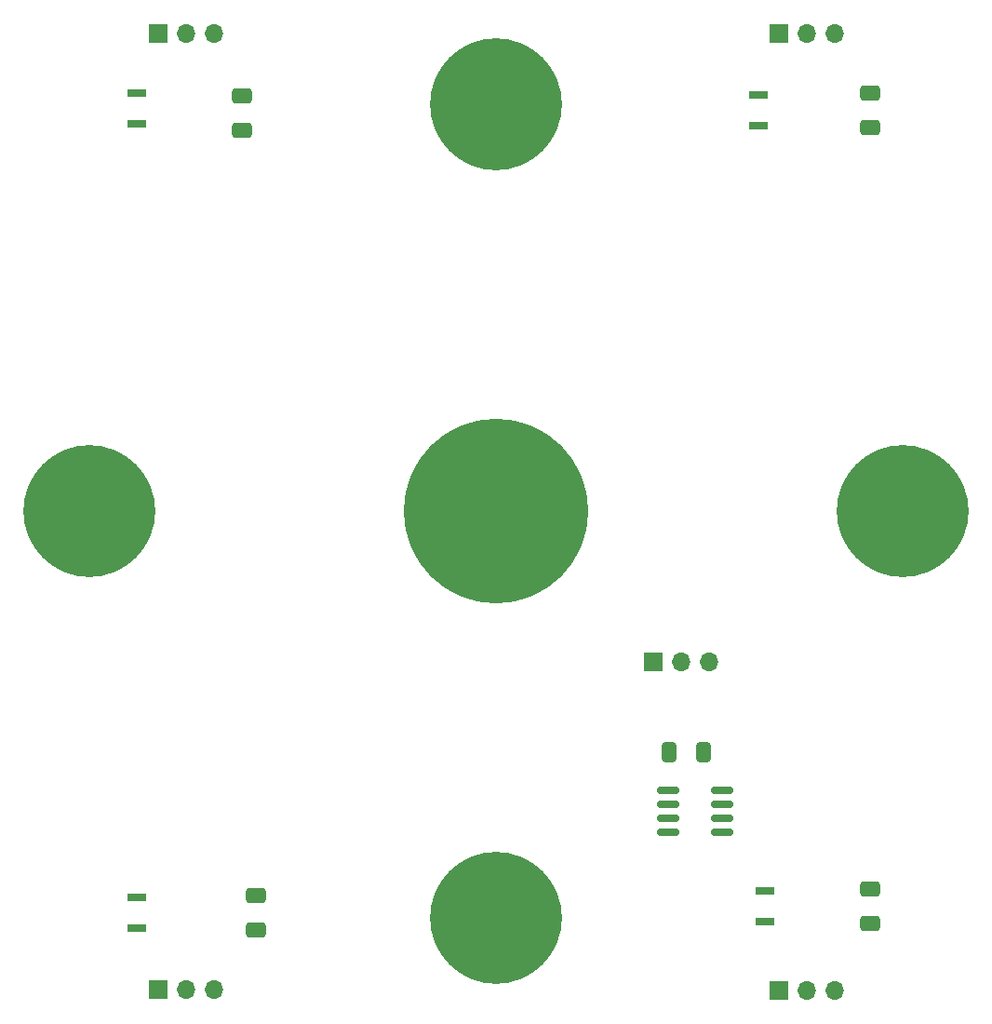
<source format=gbr>
%TF.GenerationSoftware,KiCad,Pcbnew,7.0.5-0*%
%TF.CreationDate,2023-06-12T10:56:44-04:00*%
%TF.ProjectId,quad_sipm,71756164-5f73-4697-906d-2e6b69636164,rev?*%
%TF.SameCoordinates,Original*%
%TF.FileFunction,Soldermask,Bot*%
%TF.FilePolarity,Negative*%
%FSLAX46Y46*%
G04 Gerber Fmt 4.6, Leading zero omitted, Abs format (unit mm)*
G04 Created by KiCad (PCBNEW 7.0.5-0) date 2023-06-12 10:56:44*
%MOMM*%
%LPD*%
G01*
G04 APERTURE LIST*
G04 Aperture macros list*
%AMRoundRect*
0 Rectangle with rounded corners*
0 $1 Rounding radius*
0 $2 $3 $4 $5 $6 $7 $8 $9 X,Y pos of 4 corners*
0 Add a 4 corners polygon primitive as box body*
4,1,4,$2,$3,$4,$5,$6,$7,$8,$9,$2,$3,0*
0 Add four circle primitives for the rounded corners*
1,1,$1+$1,$2,$3*
1,1,$1+$1,$4,$5*
1,1,$1+$1,$6,$7*
1,1,$1+$1,$8,$9*
0 Add four rect primitives between the rounded corners*
20,1,$1+$1,$2,$3,$4,$5,0*
20,1,$1+$1,$4,$5,$6,$7,0*
20,1,$1+$1,$6,$7,$8,$9,0*
20,1,$1+$1,$8,$9,$2,$3,0*%
G04 Aperture macros list end*
%ADD10C,16.800000*%
%ADD11C,12.000000*%
%ADD12R,1.700000X1.700000*%
%ADD13O,1.700000X1.700000*%
%ADD14RoundRect,0.250000X0.650000X-0.412500X0.650000X0.412500X-0.650000X0.412500X-0.650000X-0.412500X0*%
%ADD15R,1.699200X0.701600*%
%ADD16RoundRect,0.150000X0.825000X0.150000X-0.825000X0.150000X-0.825000X-0.150000X0.825000X-0.150000X0*%
%ADD17RoundRect,0.250000X-0.412500X-0.650000X0.412500X-0.650000X0.412500X0.650000X-0.412500X0.650000X0*%
G04 APERTURE END LIST*
D10*
%TO.C,H2*%
X100000000Y-100000000D03*
%TD*%
D11*
%TO.C,H3*%
X100000000Y-137000000D03*
%TD*%
%TO.C,H4*%
X137000000Y-100000000D03*
%TD*%
%TO.C,H5*%
X63000000Y-100000000D03*
%TD*%
%TO.C,H1*%
X100000000Y-63000000D03*
%TD*%
D12*
%TO.C,J5*%
X114300000Y-113665000D03*
D13*
X116840000Y-113665000D03*
X119380000Y-113665000D03*
%TD*%
D12*
%TO.C,J1*%
X125685000Y-143555000D03*
D13*
X128225000Y-143555000D03*
X130765000Y-143555000D03*
%TD*%
D14*
%TO.C,C4*%
X76835000Y-65355000D03*
X76835000Y-62230000D03*
%TD*%
D12*
%TO.C,J3*%
X125685000Y-56560000D03*
D13*
X128225000Y-56560000D03*
X130765000Y-56560000D03*
%TD*%
D12*
%TO.C,J4*%
X69215000Y-56515000D03*
D13*
X71755000Y-56515000D03*
X74295000Y-56515000D03*
%TD*%
D14*
%TO.C,C3*%
X133985000Y-65062500D03*
X133985000Y-61937500D03*
%TD*%
D12*
%TO.C,J2*%
X69215000Y-143510000D03*
D13*
X71755000Y-143510000D03*
X74295000Y-143510000D03*
%TD*%
D14*
%TO.C,C1*%
X133985000Y-137452500D03*
X133985000Y-134327500D03*
%TD*%
%TO.C,C2*%
X78105000Y-138087500D03*
X78105000Y-134962500D03*
%TD*%
D15*
%TO.C,R3*%
X123825000Y-62099200D03*
X123825000Y-64900800D03*
%TD*%
D16*
%TO.C,U1*%
X120575000Y-125395000D03*
X120575000Y-126665000D03*
X120575000Y-127935000D03*
X120575000Y-129205000D03*
X115625000Y-129205000D03*
X115625000Y-127935000D03*
X115625000Y-126665000D03*
X115625000Y-125395000D03*
%TD*%
D17*
%TO.C,C5*%
X115737500Y-121900000D03*
X118862500Y-121900000D03*
%TD*%
D15*
%TO.C,R4*%
X67310000Y-64719200D03*
X67310000Y-61917600D03*
%TD*%
%TO.C,R2*%
X67310000Y-135124200D03*
X67310000Y-137925800D03*
%TD*%
%TO.C,R1*%
X124460000Y-134489200D03*
X124460000Y-137290800D03*
%TD*%
M02*

</source>
